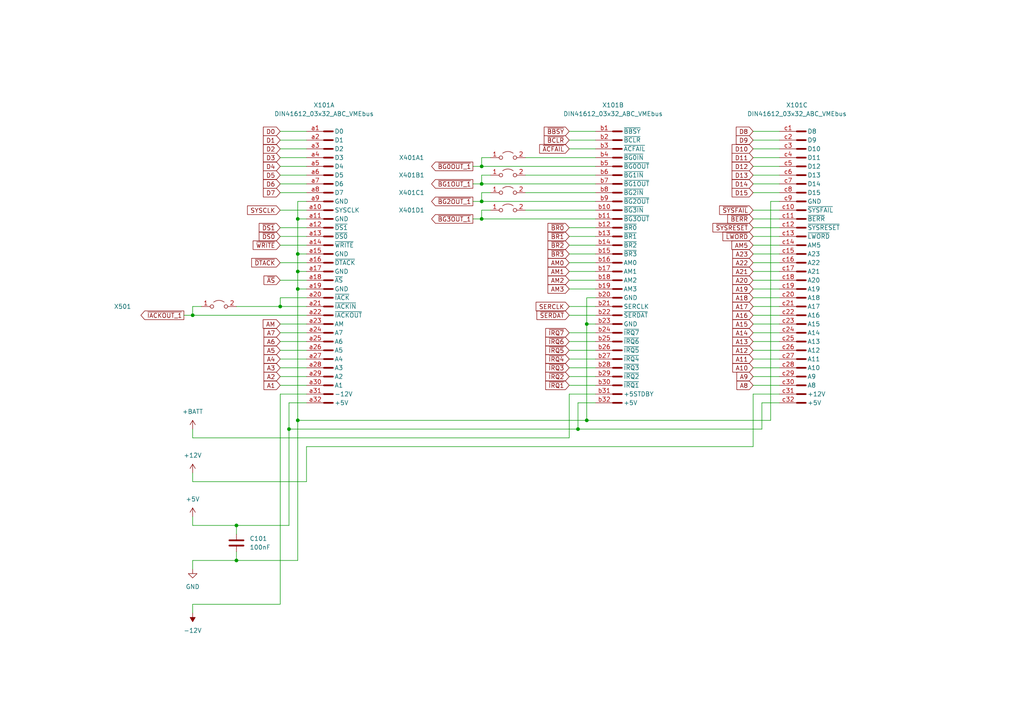
<source format=kicad_sch>
(kicad_sch (version 20211123) (generator eeschema)
  (paper "A4")
  (title_block (title "SOCKET 1") (date "2023-10-10") (rev "1") (company "(C) TOM STOREY") (comment 1 "FREE FOR NON-COMMERCIAL USE"))
  (lib_symbols
    (symbol "COMET symbols:C" (pin_numbers hide) (pin_names hide)
      (property "Reference" "C" (at 0 0 0))
      (property "Value" "C" (at 0 0 0))
      (symbol "C_0_1"
        (polyline (pts (xy -2.032 -0.762) (xy 2.032 -0.762)) (stroke (width 0.508)))
        (polyline (pts (xy -2.032 0.762) (xy 2.032 0.762)) (stroke (width 0.508)))
      )
      (symbol "C_1_1"
        (pin passive line (at 0 2.54 270) (length 1.524) (name "~") (number "1"))
        (pin passive line (at 0 -2.54 90) (length 1.524) (name "~") (number "2"))
      )
    )
    (symbol "COMET symbols:DIN41612_03x32_ABC_VMEbus" (pin_names (offset 3.048))
      (property "Reference" "X1" (at -20.32 45.72 0))
      (property "Value" "DIN41612_03x32_ABC_VMEbus" (at -20.32 43.18 0))
      (symbol "DIN41612_03x32_ABC_VMEbus_1_1"
        (polyline (pts (xy 0 -40.64) (xy 2.54 -40.64)) (stroke (width 0.508)))
        (polyline (pts (xy 0 -38.1) (xy 2.54 -38.1)) (stroke (width 0.508)))
        (polyline (pts (xy 0 -35.56) (xy 2.54 -35.56)) (stroke (width 0.508)))
        (polyline (pts (xy 0 -33.02) (xy 2.54 -33.02)) (stroke (width 0.508)))
        (polyline (pts (xy 0 -30.48) (xy 2.54 -30.48)) (stroke (width 0.508)))
        (polyline (pts (xy 0 -27.94) (xy 2.54 -27.94)) (stroke (width 0.508)))
        (polyline (pts (xy 0 -25.4) (xy 2.54 -25.4)) (stroke (width 0.508)))
        (polyline (pts (xy 0 -22.86) (xy 2.54 -22.86)) (stroke (width 0.508)))
        (polyline (pts (xy 0 -20.32) (xy 2.54 -20.32)) (stroke (width 0.508)))
        (polyline (pts (xy 0 -17.78) (xy 2.54 -17.78)) (stroke (width 0.508)))
        (polyline (pts (xy 0 -15.24) (xy 2.54 -15.24)) (stroke (width 0.508)))
        (polyline (pts (xy 0 -12.7) (xy 2.54 -12.7)) (stroke (width 0.508)))
        (polyline (pts (xy 0 -10.16) (xy 2.54 -10.16)) (stroke (width 0.508)))
        (polyline (pts (xy 0 -7.62) (xy 2.54 -7.62)) (stroke (width 0.508)))
        (polyline (pts (xy 0 -5.08) (xy 2.54 -5.08)) (stroke (width 0.508)))
        (polyline (pts (xy 0 -2.54) (xy 2.54 -2.54)) (stroke (width 0.508)))
        (polyline (pts (xy 0 0) (xy 2.54 0)) (stroke (width 0.508)))
        (polyline (pts (xy 0 2.54) (xy 2.54 2.54)) (stroke (width 0.508)))
        (polyline (pts (xy 0 5.08) (xy 2.54 5.08)) (stroke (width 0.508)))
        (polyline (pts (xy 0 7.62) (xy 2.54 7.62)) (stroke (width 0.508)))
        (polyline (pts (xy 0 10.16) (xy 2.54 10.16)) (stroke (width 0.508)))
        (polyline (pts (xy 0 12.7) (xy 2.54 12.7)) (stroke (width 0.508)))
        (polyline (pts (xy 0 15.24) (xy 2.54 15.24)) (stroke (width 0.508)))
        (polyline (pts (xy 0 17.78) (xy 2.54 17.78)) (stroke (width 0.508)))
        (polyline (pts (xy 0 20.32) (xy 2.54 20.32)) (stroke (width 0.508)))
        (polyline (pts (xy 0 22.86) (xy 2.54 22.86)) (stroke (width 0.508)))
        (polyline (pts (xy 0 25.4) (xy 2.54 25.4)) (stroke (width 0.508)))
        (polyline (pts (xy 0 27.94) (xy 2.54 27.94)) (stroke (width 0.508)))
        (polyline (pts (xy 0 30.48) (xy 2.54 30.48)) (stroke (width 0.508)))
        (polyline (pts (xy 0 33.02) (xy 2.54 33.02)) (stroke (width 0.508)))
        (polyline (pts (xy 0 35.56) (xy 2.54 35.56)) (stroke (width 0.508)))
        (polyline (pts (xy 0 38.1) (xy 2.54 38.1)) (stroke (width 0.508)))
        (pin passive line (at -5.08 38.1 0) (length 5.08) (name "D0") (number "a1"))
        (pin passive line (at -5.08 15.24 0) (length 5.08) (name "SYSCLK") (number "a10"))
        (pin passive line (at -5.08 12.7 0) (length 5.08) (name "GND") (number "a11"))
        (pin passive line (at -5.08 10.16 0) (length 5.08) (name "~{DS1}") (number "a12"))
        (pin passive line (at -5.08 7.62 0) (length 5.08) (name "~{DS0}") (number "a13"))
        (pin passive line (at -5.08 5.08 0) (length 5.08) (name "~{WRITE}") (number "a14"))
        (pin passive line (at -5.08 2.54 0) (length 5.08) (name "GND") (number "a15"))
        (pin passive line (at -5.08 0 0) (length 5.08) (name "~{DTACK}") (number "a16"))
        (pin passive line (at -5.08 -2.54 0) (length 5.08) (name "GND") (number "a17"))
        (pin passive line (at -5.08 -5.08 0) (length 5.08) (name "~{AS}") (number "a18"))
        (pin passive line (at -5.08 -7.62 0) (length 5.08) (name "GND") (number "a19"))
        (pin passive line (at -5.08 35.56 0) (length 5.08) (name "D1") (number "a2"))
        (pin passive line (at -5.08 -10.16 0) (length 5.08) (name "~{IACK}") (number "a20"))
        (pin passive line (at -5.08 -12.7 0) (length 5.08) (name "~{IACKIN}") (number "a21"))
        (pin passive line (at -5.08 -15.24 0) (length 5.08) (name "~{IACKOUT}") (number "a22"))
        (pin passive line (at -5.08 -17.78 0) (length 5.08) (name "AM") (number "a23"))
        (pin passive line (at -5.08 -20.32 0) (length 5.08) (name "A7") (number "a24"))
        (pin passive line (at -5.08 -22.86 0) (length 5.08) (name "A6") (number "a25"))
        (pin passive line (at -5.08 -25.4 0) (length 5.08) (name "A5") (number "a26"))
        (pin passive line (at -5.08 -27.94 0) (length 5.08) (name "A4") (number "a27"))
        (pin passive line (at -5.08 -30.48 0) (length 5.08) (name "A3") (number "a28"))
        (pin passive line (at -5.08 -33.02 0) (length 5.08) (name "A2") (number "a29"))
        (pin passive line (at -5.08 33.02 0) (length 5.08) (name "D2") (number "a3"))
        (pin passive line (at -5.08 -35.56 0) (length 5.08) (name "A1") (number "a30"))
        (pin passive line (at -5.08 -38.1 0) (length 5.08) (name "-12V") (number "a31"))
        (pin passive line (at -5.08 -40.64 0) (length 5.08) (name "+5V") (number "a32"))
        (pin passive line (at -5.08 30.48 0) (length 5.08) (name "D3") (number "a4"))
        (pin passive line (at -5.08 27.94 0) (length 5.08) (name "D4") (number "a5"))
        (pin passive line (at -5.08 25.4 0) (length 5.08) (name "D5") (number "a6"))
        (pin passive line (at -5.08 22.86 0) (length 5.08) (name "D6") (number "a7"))
        (pin passive line (at -5.08 20.32 0) (length 5.08) (name "D7") (number "a8"))
        (pin passive line (at -5.08 17.78 0) (length 5.08) (name "GND") (number "a9"))
      )
      (symbol "DIN41612_03x32_ABC_VMEbus_2_1"
        (polyline (pts (xy 0 -40.64) (xy 2.54 -40.64)) (stroke (width 0.508)))
        (polyline (pts (xy 0 -38.1) (xy 2.54 -38.1)) (stroke (width 0.508)))
        (polyline (pts (xy 0 -35.56) (xy 2.54 -35.56)) (stroke (width 0.508)))
        (polyline (pts (xy 0 -33.02) (xy 2.54 -33.02)) (stroke (width 0.508)))
        (polyline (pts (xy 0 -30.48) (xy 2.54 -30.48)) (stroke (width 0.508)))
        (polyline (pts (xy 0 -27.94) (xy 2.54 -27.94)) (stroke (width 0.508)))
        (polyline (pts (xy 0 -25.4) (xy 2.54 -25.4)) (stroke (width 0.508)))
        (polyline (pts (xy 0 -22.86) (xy 2.54 -22.86)) (stroke (width 0.508)))
        (polyline (pts (xy 0 -20.32) (xy 2.54 -20.32)) (stroke (width 0.508)))
        (polyline (pts (xy 0 -17.78) (xy 2.54 -17.78)) (stroke (width 0.508)))
        (polyline (pts (xy 0 -15.24) (xy 2.54 -15.24)) (stroke (width 0.508)))
        (polyline (pts (xy 0 -12.7) (xy 2.54 -12.7)) (stroke (width 0.508)))
        (polyline (pts (xy 0 -10.16) (xy 2.54 -10.16)) (stroke (width 0.508)))
        (polyline (pts (xy 0 -7.62) (xy 2.54 -7.62)) (stroke (width 0.508)))
        (polyline (pts (xy 0 -5.08) (xy 2.54 -5.08)) (stroke (width 0.508)))
        (polyline (pts (xy 0 -2.54) (xy 2.54 -2.54)) (stroke (width 0.508)))
        (polyline (pts (xy 0 0) (xy 2.54 0)) (stroke (width 0.508)))
        (polyline (pts (xy 0 2.54) (xy 2.54 2.54)) (stroke (width 0.508)))
        (polyline (pts (xy 0 5.08) (xy 2.54 5.08)) (stroke (width 0.508)))
        (polyline (pts (xy 0 7.62) (xy 2.54 7.62)) (stroke (width 0.508)))
        (polyline (pts (xy 0 10.16) (xy 2.54 10.16)) (stroke (width 0.508)))
        (polyline (pts (xy 0 12.7) (xy 2.54 12.7)) (stroke (width 0.508)))
        (polyline (pts (xy 0 15.24) (xy 2.54 15.24)) (stroke (width 0.508)))
        (polyline (pts (xy 0 17.78) (xy 2.54 17.78)) (stroke (width 0.508)))
        (polyline (pts (xy 0 20.32) (xy 2.54 20.32)) (stroke (width 0.508)))
        (polyline (pts (xy 0 22.86) (xy 2.54 22.86)) (stroke (width 0.508)))
        (polyline (pts (xy 0 25.4) (xy 2.54 25.4)) (stroke (width 0.508)))
        (polyline (pts (xy 0 27.94) (xy 2.54 27.94)) (stroke (width 0.508)))
        (polyline (pts (xy 0 30.48) (xy 2.54 30.48)) (stroke (width 0.508)))
        (polyline (pts (xy 0 33.02) (xy 2.54 33.02)) (stroke (width 0.508)))
        (polyline (pts (xy 0 35.56) (xy 2.54 35.56)) (stroke (width 0.508)))
        (polyline (pts (xy 0 38.1) (xy 2.54 38.1)) (stroke (width 0.508)))
        (pin passive line (at -5.08 38.1 0) (length 5.08) (name "~{BBSY}") (number "b1"))
        (pin passive line (at -5.08 15.24 0) (length 5.08) (name "~{BG3IN}") (number "b10"))
        (pin passive line (at -5.08 12.7 0) (length 5.08) (name "~{BG3OUT}") (number "b11"))
        (pin passive line (at -5.08 10.16 0) (length 5.08) (name "~{BR0}") (number "b12"))
        (pin passive line (at -5.08 7.62 0) (length 5.08) (name "~{BR1}") (number "b13"))
        (pin passive line (at -5.08 5.08 0) (length 5.08) (name "~{BR2}") (number "b14"))
        (pin passive line (at -5.08 2.54 0) (length 5.08) (name "~{BR3}") (number "b15"))
        (pin passive line (at -5.08 0 0) (length 5.08) (name "AM0") (number "b16"))
        (pin passive line (at -5.08 -2.54 0) (length 5.08) (name "AM1") (number "b17"))
        (pin passive line (at -5.08 -5.08 0) (length 5.08) (name "AM2") (number "b18"))
        (pin passive line (at -5.08 -7.62 0) (length 5.08) (name "AM3") (number "b19"))
        (pin passive line (at -5.08 35.56 0) (length 5.08) (name "~{BCLR}") (number "b2"))
        (pin passive line (at -5.08 -10.16 0) (length 5.08) (name "GND") (number "b20"))
        (pin passive line (at -5.08 -12.7 0) (length 5.08) (name "SERCLK") (number "b21"))
        (pin passive line (at -5.08 -15.24 0) (length 5.08) (name "~{SERDAT}") (number "b22"))
        (pin passive line (at -5.08 -17.78 0) (length 5.08) (name "GND") (number "b23"))
        (pin passive line (at -5.08 -20.32 0) (length 5.08) (name "~{IRQ7}") (number "b24"))
        (pin passive line (at -5.08 -22.86 0) (length 5.08) (name "~{IRQ6}") (number "b25"))
        (pin passive line (at -5.08 -25.4 0) (length 5.08) (name "~{IRQ5}") (number "b26"))
        (pin passive line (at -5.08 -27.94 0) (length 5.08) (name "~{IRQ4}") (number "b27"))
        (pin passive line (at -5.08 -30.48 0) (length 5.08) (name "~{IRQ3}") (number "b28"))
        (pin passive line (at -5.08 -33.02 0) (length 5.08) (name "~{IRQ2}") (number "b29"))
        (pin passive line (at -5.08 33.02 0) (length 5.08) (name "~{ACFAIL}") (number "b3"))
        (pin passive line (at -5.08 -35.56 0) (length 5.08) (name "~{IRQ1}") (number "b30"))
        (pin passive line (at -5.08 -38.1 0) (length 5.08) (name "+5STDBY") (number "b31"))
        (pin passive line (at -5.08 -40.64 0) (length 5.08) (name "+5V") (number "b32"))
        (pin passive line (at -5.08 30.48 0) (length 5.08) (name "~{BG0IN}") (number "b4"))
        (pin passive line (at -5.08 27.94 0) (length 5.08) (name "~{BG0OUT}") (number "b5"))
        (pin passive line (at -5.08 25.4 0) (length 5.08) (name "~{BG1IN}") (number "b6"))
        (pin passive line (at -5.08 22.86 0) (length 5.08) (name "~{BG1OUT}") (number "b7"))
        (pin passive line (at -5.08 20.32 0) (length 5.08) (name "~{BG2IN}") (number "b8"))
        (pin passive line (at -5.08 17.78 0) (length 5.08) (name "~{BG2OUT}") (number "b9"))
      )
      (symbol "DIN41612_03x32_ABC_VMEbus_3_1"
        (polyline (pts (xy 0 -40.64) (xy 2.54 -40.64)) (stroke (width 0.508)))
        (polyline (pts (xy 0 -38.1) (xy 2.54 -38.1)) (stroke (width 0.508)))
        (polyline (pts (xy 0 -35.56) (xy 2.54 -35.56)) (stroke (width 0.508)))
        (polyline (pts (xy 0 -33.02) (xy 2.54 -33.02)) (stroke (width 0.508)))
        (polyline (pts (xy 0 -30.48) (xy 2.54 -30.48)) (stroke (width 0.508)))
        (polyline (pts (xy 0 -27.94) (xy 2.54 -27.94)) (stroke (width 0.508)))
        (polyline (pts (xy 0 -25.4) (xy 2.54 -25.4)) (stroke (width 0.508)))
        (polyline (pts (xy 0 -22.86) (xy 2.54 -22.86)) (stroke (width 0.508)))
        (polyline (pts (xy 0 -20.32) (xy 2.54 -20.32)) (stroke (width 0.508)))
        (polyline (pts (xy 0 -17.78) (xy 2.54 -17.78)) (stroke (width 0.508)))
        (polyline (pts (xy 0 -15.24) (xy 2.54 -15.24)) (stroke (width 0.508)))
        (polyline (pts (xy 0 -12.7) (xy 2.54 -12.7)) (stroke (width 0.508)))
        (polyline (pts (xy 0 -10.16) (xy 2.54 -10.16)) (stroke (width 0.508)))
        (polyline (pts (xy 0 -7.62) (xy 2.54 -7.62)) (stroke (width 0.508)))
        (polyline (pts (xy 0 -5.08) (xy 2.54 -5.08)) (stroke (width 0.508)))
        (polyline (pts (xy 0 -2.54) (xy 2.54 -2.54)) (stroke (width 0.508)))
        (polyline (pts (xy 0 0) (xy 2.54 0)) (stroke (width 0.508)))
        (polyline (pts (xy 0 2.54) (xy 2.54 2.54)) (stroke (width 0.508)))
        (polyline (pts (xy 0 5.08) (xy 2.54 5.08)) (stroke (width 0.508)))
        (polyline (pts (xy 0 7.62) (xy 2.54 7.62)) (stroke (width 0.508)))
        (polyline (pts (xy 0 10.16) (xy 2.54 10.16)) (stroke (width 0.508)))
        (polyline (pts (xy 0 12.7) (xy 2.54 12.7)) (stroke (width 0.508)))
        (polyline (pts (xy 0 15.24) (xy 2.54 15.24)) (stroke (width 0.508)))
        (polyline (pts (xy 0 17.78) (xy 2.54 17.78)) (stroke (width 0.508)))
        (polyline (pts (xy 0 20.32) (xy 2.54 20.32)) (stroke (width 0.508)))
        (polyline (pts (xy 0 22.86) (xy 2.54 22.86)) (stroke (width 0.508)))
        (polyline (pts (xy 0 25.4) (xy 2.54 25.4)) (stroke (width 0.508)))
        (polyline (pts (xy 0 27.94) (xy 2.54 27.94)) (stroke (width 0.508)))
        (polyline (pts (xy 0 30.48) (xy 2.54 30.48)) (stroke (width 0.508)))
        (polyline (pts (xy 0 33.02) (xy 2.54 33.02)) (stroke (width 0.508)))
        (polyline (pts (xy 0 35.56) (xy 2.54 35.56)) (stroke (width 0.508)))
        (polyline (pts (xy 0 38.1) (xy 2.54 38.1)) (stroke (width 0.508)))
        (pin passive line (at -5.08 38.1 0) (length 5.08) (name "D8") (number "c1"))
        (pin passive line (at -5.08 15.24 0) (length 5.08) (name "~{SYSFAIL}") (number "c10"))
        (pin passive line (at -5.08 12.7 0) (length 5.08) (name "~{BERR}") (number "c11"))
        (pin passive line (at -5.08 10.16 0) (length 5.08) (name "~{SYSRESET}") (number "c12"))
        (pin passive line (at -5.08 7.62 0) (length 5.08) (name "~{LWORD}") (number "c13"))
        (pin passive line (at -5.08 5.08 0) (length 5.08) (name "AM5") (number "c14"))
        (pin passive line (at -5.08 2.54 0) (length 5.08) (name "A23") (number "c15"))
        (pin passive line (at -5.08 0 0) (length 5.08) (name "A22") (number "c16"))
        (pin passive line (at -5.08 -2.54 0) (length 5.08) (name "A21") (number "c17"))
        (pin passive line (at -5.08 -5.08 0) (length 5.08) (name "A20") (number "c18"))
        (pin passive line (at -5.08 -7.62 0) (length 5.08) (name "A19") (number "c19"))
        (pin passive line (at -5.08 35.56 0) (length 5.08) (name "D9") (number "c2"))
        (pin passive line (at -5.08 -10.16 0) (length 5.08) (name "A18") (number "c20"))
        (pin passive line (at -5.08 -12.7 0) (length 5.08) (name "A17") (number "c21"))
        (pin passive line (at -5.08 -15.24 0) (length 5.08) (name "A16") (number "c22"))
        (pin passive line (at -5.08 -17.78 0) (length 5.08) (name "A15") (number "c23"))
        (pin passive line (at -5.08 -20.32 0) (length 5.08) (name "A14") (number "c24"))
        (pin passive line (at -5.08 -22.86 0) (length 5.08) (name "A13") (number "c25"))
        (pin passive line (at -5.08 -25.4 0) (length 5.08) (name "A12") (number "c26"))
        (pin passive line (at -5.08 -27.94 0) (length 5.08) (name "A11") (number "c27"))
        (pin passive line (at -5.08 -30.48 0) (length 5.08) (name "A10") (number "c28"))
        (pin passive line (at -5.08 -33.02 0) (length 5.08) (name "A9") (number "c29"))
        (pin passive line (at -5.08 33.02 0) (length 5.08) (name "D10") (number "c3"))
        (pin passive line (at -5.08 -35.56 0) (length 5.08) (name "A8") (number "c30"))
        (pin passive line (at -5.08 -38.1 0) (length 5.08) (name "+12V") (number "c31"))
        (pin passive line (at -5.08 -40.64 0) (length 5.08) (name "+5V") (number "c32"))
        (pin passive line (at -5.08 30.48 0) (length 5.08) (name "D11") (number "c4"))
        (pin passive line (at -5.08 27.94 0) (length 5.08) (name "D12") (number "c5"))
        (pin passive line (at -5.08 25.4 0) (length 5.08) (name "D13") (number "c6"))
        (pin passive line (at -5.08 22.86 0) (length 5.08) (name "D14") (number "c7"))
        (pin passive line (at -5.08 20.32 0) (length 5.08) (name "D15") (number "c8"))
        (pin passive line (at -5.08 17.78 0) (length 5.08) (name "GND") (number "c9"))
      )
    )
    (symbol "Jumper:Jumper_2_Open" (pin_names (offset 0) hide)
      (property "Reference" "JP" (at 0 2.794 0))
      (property "Value" "Jumper_2_Open" (at 0 -2.286 0))
      (symbol "Jumper_2_Open_0_0"
        (circle (center -2.032 0) (radius 0.508))
        (circle (center 2.032 0) (radius 0.508))
      )
      (symbol "Jumper_2_Open_0_1"
        (arc (start 1.524 1.27) (mid 0 1.778) (end -1.524 1.27))
      )
      (symbol "Jumper_2_Open_1_1"
        (pin passive line (at -5.08 0 0) (length 2.54) (name "A") (number "1"))
        (pin passive line (at 5.08 0 180) (length 2.54) (name "B") (number "2"))
      )
    )
    (symbol "power:+12V" (power) (pin_names (offset 0))
      (property "Value" "+12V" (at 0 3.556 0))
      (symbol "+12V_0_1"
        (polyline (pts (xy -0.762 1.27) (xy 0 2.54)))
        (polyline (pts (xy 0 0) (xy 0 2.54)))
        (polyline (pts (xy 0 2.54) (xy 0.762 1.27)))
      )
      (symbol "+12V_1_1"
        (pin power_in line (at 0 0 90) (length 0) hide (name "+12V") (number "1"))
      )
    )
    (symbol "power:+5V" (power) (pin_names (offset 0))
      (property "Value" "+5V" (at 0 3.556 0))
      (symbol "+5V_0_1"
        (polyline (pts (xy -0.762 1.27) (xy 0 2.54)))
        (polyline (pts (xy 0 0) (xy 0 2.54)))
        (polyline (pts (xy 0 2.54) (xy 0.762 1.27)))
      )
      (symbol "+5V_1_1"
        (pin power_in line (at 0 0 90) (length 0) hide (name "+5V") (number "1"))
      )
    )
    (symbol "power:+BATT" (power) (pin_names (offset 0))
      (property "Value" "+BATT" (at 0 3.556 0))
      (symbol "+BATT_0_1"
        (polyline (pts (xy -0.762 1.27) (xy 0 2.54)))
        (polyline (pts (xy 0 0) (xy 0 2.54)))
        (polyline (pts (xy 0 2.54) (xy 0.762 1.27)))
      )
      (symbol "+BATT_1_1"
        (pin power_in line (at 0 0 90) (length 0) hide (name "+BATT") (number "1"))
      )
    )
    (symbol "power:-12V" (power) (pin_names (offset 0))
      (property "Value" "-12V" (at 0 3.81 0))
      (symbol "-12V_0_0"
        (pin power_in line (at 0 0 90) (length 0) hide (name "-12V") (number "1"))
      )
      (symbol "-12V_0_1"
        (polyline (pts (xy 0 0) (xy 0 1.27) (xy 0.762 1.27) (xy 0 2.54) (xy -0.762 1.27) (xy 0 1.27)) (fill (type outline)))
      )
    )
    (symbol "power:GND" (power) (pin_names (offset 0))
      (property "Value" "GND" (at 0 -3.81 0))
      (symbol "GND_0_1"
        (polyline (pts (xy 0 0) (xy 0 -1.27) (xy 1.27 -1.27) (xy 0 -2.54) (xy -1.27 -1.27) (xy 0 -1.27)))
      )
      (symbol "GND_1_1"
        (pin power_in line (at 0 0 270) (length 0) hide (name "GND") (number "1"))
      )
    )
  )
  (junction (at 86.36 83.82))
  (junction (at 139.7 58.42))
  (junction (at 139.7 63.5))
  (junction (at 86.36 63.5))
  (junction (at 55.88 91.44))
  (junction (at 139.7 53.34))
  (junction (at 86.36 78.74))
  (junction (at 139.7 48.26))
  (junction (at 170.18 93.98))
  (junction (at 170.18 121.92))
  (junction (at 83.82 124.46))
  (junction (at 81.28 88.9))
  (junction (at 86.36 73.66))
  (junction (at 68.58 152.4))
  (junction (at 167.64 124.46))
  (junction (at 68.58 162.56))
  (junction (at 86.36 121.92))
  (wire (pts (xy 223.52 58.42) (xy 223.52 121.92)))
  (wire (pts (xy 152.4 50.8) (xy 172.72 50.8)))
  (wire (pts (xy 165.1 83.82) (xy 172.72 83.82)))
  (wire (pts (xy 218.44 106.68) (xy 226.06 106.68)))
  (wire (pts (xy 81.28 60.96) (xy 88.9 60.96)))
  (wire (pts (xy 165.1 43.18) (xy 172.72 43.18)))
  (wire (pts (xy 68.58 160.02) (xy 68.58 162.56)))
  (wire (pts (xy 137.16 53.34) (xy 139.7 53.34)))
  (wire (pts (xy 218.44 55.88) (xy 226.06 55.88)))
  (wire (pts (xy 218.44 91.44) (xy 226.06 91.44)))
  (wire (pts (xy 86.36 78.74) (xy 88.9 78.74)))
  (wire (pts (xy 81.28 106.68) (xy 88.9 106.68)))
  (wire (pts (xy 137.16 63.5) (xy 139.7 63.5)))
  (wire (pts (xy 218.44 71.12) (xy 226.06 71.12)))
  (wire (pts (xy 88.9 139.7) (xy 88.9 129.54)))
  (wire (pts (xy 165.1 127) (xy 165.1 114.3)))
  (wire (pts (xy 218.44 114.3) (xy 226.06 114.3)))
  (wire (pts (xy 139.7 45.72) (xy 139.7 48.26)))
  (wire (pts (xy 81.28 50.8) (xy 88.9 50.8)))
  (wire (pts (xy 218.44 86.36) (xy 226.06 86.36)))
  (wire (pts (xy 86.36 121.92) (xy 170.18 121.92)))
  (wire (pts (xy 81.28 88.9) (xy 88.9 88.9)))
  (wire (pts (xy 55.88 177.8) (xy 55.88 175.26)))
  (wire (pts (xy 167.64 116.84) (xy 167.64 124.46)))
  (wire (pts (xy 170.18 86.36) (xy 170.18 93.98)))
  (wire (pts (xy 81.28 93.98) (xy 88.9 93.98)))
  (wire (pts (xy 55.88 139.7) (xy 88.9 139.7)))
  (wire (pts (xy 167.64 124.46) (xy 220.98 124.46)))
  (wire (pts (xy 220.98 116.84) (xy 226.06 116.84)))
  (wire (pts (xy 165.1 71.12) (xy 172.72 71.12)))
  (wire (pts (xy 218.44 38.1) (xy 226.06 38.1)))
  (wire (pts (xy 218.44 53.34) (xy 226.06 53.34)))
  (wire (pts (xy 55.88 149.86) (xy 55.88 152.4)))
  (wire (pts (xy 170.18 93.98) (xy 172.72 93.98)))
  (wire (pts (xy 86.36 78.74) (xy 86.36 83.82)))
  (wire (pts (xy 81.28 66.04) (xy 88.9 66.04)))
  (wire (pts (xy 165.1 111.76) (xy 172.72 111.76)))
  (wire (pts (xy 152.4 55.88) (xy 172.72 55.88)))
  (wire (pts (xy 218.44 104.14) (xy 226.06 104.14)))
  (wire (pts (xy 165.1 96.52) (xy 172.72 96.52)))
  (wire (pts (xy 165.1 88.9) (xy 172.72 88.9)))
  (wire (pts (xy 55.88 175.26) (xy 81.28 175.26)))
  (wire (pts (xy 139.7 60.96) (xy 142.24 60.96)))
  (wire (pts (xy 152.4 60.96) (xy 172.72 60.96)))
  (wire (pts (xy 172.72 116.84) (xy 167.64 116.84)))
  (wire (pts (xy 55.88 137.16) (xy 55.88 139.7)))
  (wire (pts (xy 81.28 38.1) (xy 88.9 38.1)))
  (wire (pts (xy 81.28 86.36) (xy 88.9 86.36)))
  (wire (pts (xy 86.36 58.42) (xy 86.36 63.5)))
  (wire (pts (xy 83.82 152.4) (xy 83.82 124.46)))
  (wire (pts (xy 139.7 60.96) (xy 139.7 63.5)))
  (wire (pts (xy 165.1 40.64) (xy 172.72 40.64)))
  (wire (pts (xy 81.28 81.28) (xy 88.9 81.28)))
  (wire (pts (xy 55.88 124.46) (xy 55.88 127)))
  (wire (pts (xy 142.24 55.88) (xy 139.7 55.88)))
  (wire (pts (xy 165.1 73.66) (xy 172.72 73.66)))
  (wire (pts (xy 218.44 68.58) (xy 226.06 68.58)))
  (wire (pts (xy 218.44 99.06) (xy 226.06 99.06)))
  (wire (pts (xy 218.44 101.6) (xy 226.06 101.6)))
  (wire (pts (xy 218.44 48.26) (xy 226.06 48.26)))
  (wire (pts (xy 218.44 129.54) (xy 218.44 114.3)))
  (wire (pts (xy 81.28 43.18) (xy 88.9 43.18)))
  (wire (pts (xy 81.28 76.2) (xy 88.9 76.2)))
  (wire (pts (xy 86.36 83.82) (xy 86.36 121.92)))
  (wire (pts (xy 165.1 104.14) (xy 172.72 104.14)))
  (wire (pts (xy 152.4 45.72) (xy 172.72 45.72)))
  (wire (pts (xy 86.36 63.5) (xy 86.36 73.66)))
  (wire (pts (xy 165.1 68.58) (xy 172.72 68.58)))
  (wire (pts (xy 165.1 76.2) (xy 172.72 76.2)))
  (wire (pts (xy 142.24 50.8) (xy 139.7 50.8)))
  (wire (pts (xy 139.7 55.88) (xy 139.7 58.42)))
  (wire (pts (xy 218.44 88.9) (xy 226.06 88.9)))
  (wire (pts (xy 139.7 58.42) (xy 172.72 58.42)))
  (wire (pts (xy 68.58 152.4) (xy 68.58 154.94)))
  (wire (pts (xy 83.82 124.46) (xy 167.64 124.46)))
  (wire (pts (xy 55.88 152.4) (xy 68.58 152.4)))
  (wire (pts (xy 81.28 48.26) (xy 88.9 48.26)))
  (wire (pts (xy 218.44 81.28) (xy 226.06 81.28)))
  (wire (pts (xy 88.9 116.84) (xy 83.82 116.84)))
  (wire (pts (xy 81.28 45.72) (xy 88.9 45.72)))
  (wire (pts (xy 68.58 162.56) (xy 55.88 162.56)))
  (wire (pts (xy 218.44 43.18) (xy 226.06 43.18)))
  (wire (pts (xy 218.44 50.8) (xy 226.06 50.8)))
  (wire (pts (xy 218.44 45.72) (xy 226.06 45.72)))
  (wire (pts (xy 81.28 175.26) (xy 81.28 114.3)))
  (wire (pts (xy 165.1 91.44) (xy 172.72 91.44)))
  (wire (pts (xy 165.1 106.68) (xy 172.72 106.68)))
  (wire (pts (xy 83.82 116.84) (xy 83.82 124.46)))
  (wire (pts (xy 86.36 73.66) (xy 88.9 73.66)))
  (wire (pts (xy 81.28 101.6) (xy 88.9 101.6)))
  (wire (pts (xy 55.88 91.44) (xy 88.9 91.44)))
  (wire (pts (xy 218.44 76.2) (xy 226.06 76.2)))
  (wire (pts (xy 68.58 152.4) (xy 83.82 152.4)))
  (wire (pts (xy 139.7 50.8) (xy 139.7 53.34)))
  (wire (pts (xy 142.24 45.72) (xy 139.7 45.72)))
  (wire (pts (xy 86.36 162.56) (xy 68.58 162.56)))
  (wire (pts (xy 165.1 81.28) (xy 172.72 81.28)))
  (wire (pts (xy 226.06 58.42) (xy 223.52 58.42)))
  (wire (pts (xy 139.7 63.5) (xy 172.72 63.5)))
  (wire (pts (xy 86.36 73.66) (xy 86.36 78.74)))
  (wire (pts (xy 81.28 104.14) (xy 88.9 104.14)))
  (wire (pts (xy 81.28 96.52) (xy 88.9 96.52)))
  (wire (pts (xy 81.28 53.34) (xy 88.9 53.34)))
  (wire (pts (xy 165.1 66.04) (xy 172.72 66.04)))
  (wire (pts (xy 88.9 58.42) (xy 86.36 58.42)))
  (wire (pts (xy 55.88 162.56) (xy 55.88 165.1)))
  (wire (pts (xy 218.44 40.64) (xy 226.06 40.64)))
  (wire (pts (xy 165.1 109.22) (xy 172.72 109.22)))
  (wire (pts (xy 68.58 88.9) (xy 81.28 88.9)))
  (wire (pts (xy 88.9 129.54) (xy 218.44 129.54)))
  (wire (pts (xy 218.44 78.74) (xy 226.06 78.74)))
  (wire (pts (xy 218.44 93.98) (xy 226.06 93.98)))
  (wire (pts (xy 165.1 101.6) (xy 172.72 101.6)))
  (wire (pts (xy 81.28 68.58) (xy 88.9 68.58)))
  (wire (pts (xy 53.34 91.44) (xy 55.88 91.44)))
  (wire (pts (xy 137.16 58.42) (xy 139.7 58.42)))
  (wire (pts (xy 81.28 40.64) (xy 88.9 40.64)))
  (wire (pts (xy 218.44 60.96) (xy 226.06 60.96)))
  (wire (pts (xy 218.44 96.52) (xy 226.06 96.52)))
  (wire (pts (xy 218.44 66.04) (xy 226.06 66.04)))
  (wire (pts (xy 81.28 114.3) (xy 88.9 114.3)))
  (wire (pts (xy 86.36 63.5) (xy 88.9 63.5)))
  (wire (pts (xy 81.28 86.36) (xy 81.28 88.9)))
  (wire (pts (xy 81.28 111.76) (xy 88.9 111.76)))
  (wire (pts (xy 170.18 121.92) (xy 223.52 121.92)))
  (wire (pts (xy 218.44 63.5) (xy 226.06 63.5)))
  (wire (pts (xy 218.44 111.76) (xy 226.06 111.76)))
  (wire (pts (xy 165.1 78.74) (xy 172.72 78.74)))
  (wire (pts (xy 218.44 83.82) (xy 226.06 83.82)))
  (wire (pts (xy 86.36 83.82) (xy 88.9 83.82)))
  (wire (pts (xy 220.98 124.46) (xy 220.98 116.84)))
  (wire (pts (xy 172.72 86.36) (xy 170.18 86.36)))
  (wire (pts (xy 139.7 48.26) (xy 172.72 48.26)))
  (wire (pts (xy 55.88 127) (xy 165.1 127)))
  (wire (pts (xy 81.28 71.12) (xy 88.9 71.12)))
  (wire (pts (xy 139.7 53.34) (xy 172.72 53.34)))
  (wire (pts (xy 218.44 73.66) (xy 226.06 73.66)))
  (wire (pts (xy 218.44 109.22) (xy 226.06 109.22)))
  (wire (pts (xy 81.28 55.88) (xy 88.9 55.88)))
  (wire (pts (xy 81.28 99.06) (xy 88.9 99.06)))
  (wire (pts (xy 58.42 88.9) (xy 55.88 88.9)))
  (wire (pts (xy 86.36 121.92) (xy 86.36 162.56)))
  (wire (pts (xy 81.28 109.22) (xy 88.9 109.22)))
  (wire (pts (xy 165.1 99.06) (xy 172.72 99.06)))
  (wire (pts (xy 170.18 93.98) (xy 170.18 121.92)))
  (wire (pts (xy 165.1 114.3) (xy 172.72 114.3)))
  (wire (pts (xy 137.16 48.26) (xy 139.7 48.26)))
  (wire (pts (xy 165.1 38.1) (xy 172.72 38.1)))
  (wire (pts (xy 55.88 88.9) (xy 55.88 91.44)))
  (global_label "A20" (shape input) (at 218.44 81.28 180) (property "Intersheet References" "${INTERSHEET_REFS}" (effects hide)))
  (global_label "AM2" (shape input) (at 165.1 81.28 180) (property "Intersheet References" "${INTERSHEET_REFS}" (effects hide)))
  (global_label "D13" (shape input) (at 218.44 50.8 180) (property "Intersheet References" "${INTERSHEET_REFS}" (effects hide)))
  (global_label "~{LWORD}" (shape input) (at 218.44 68.58 180) (property "Intersheet References" "${INTERSHEET_REFS}" (effects hide)))
  (global_label "~{IRQ5}" (shape input) (at 165.1 101.6 180) (property "Intersheet References" "${INTERSHEET_REFS}" (effects hide)))
  (global_label "SERCLK" (shape input) (at 165.1 88.9 180) (property "Intersheet References" "${INTERSHEET_REFS}" (effects hide)))
  (global_label "SYSCLK" (shape input) (at 81.28 60.96 180) (property "Intersheet References" "${INTERSHEET_REFS}" (effects hide)))
  (global_label "A15" (shape input) (at 218.44 93.98 180) (property "Intersheet References" "${INTERSHEET_REFS}" (effects hide)))
  (global_label "~{BG3OUT_1}" (shape output) (at 137.16 63.5 180) (property "Intersheet References" "${INTERSHEET_REFS}" (effects hide)))
  (global_label "~{BG0OUT_1}" (shape output) (at 137.16 48.26 180) (property "Intersheet References" "${INTERSHEET_REFS}" (effects hide)))
  (global_label "~{IRQ4}" (shape input) (at 165.1 104.14 180) (property "Intersheet References" "${INTERSHEET_REFS}" (effects hide)))
  (global_label "AM0" (shape input) (at 165.1 76.2 180) (property "Intersheet References" "${INTERSHEET_REFS}" (effects hide)))
  (global_label "D11" (shape input) (at 218.44 45.72 180) (property "Intersheet References" "${INTERSHEET_REFS}" (effects hide)))
  (global_label "~{DTACK}" (shape input) (at 81.28 76.2 180) (property "Intersheet References" "${INTERSHEET_REFS}" (effects hide)))
  (global_label "D7" (shape input) (at 81.28 55.88 180) (property "Intersheet References" "${INTERSHEET_REFS}" (effects hide)))
  (global_label "~{ACFAIL}" (shape input) (at 165.1 43.18 180) (property "Intersheet References" "${INTERSHEET_REFS}" (effects hide)))
  (global_label "~{SYSRESET}" (shape input) (at 218.44 66.04 180) (property "Intersheet References" "${INTERSHEET_REFS}" (effects hide)))
  (global_label "A11" (shape input) (at 218.44 104.14 180) (property "Intersheet References" "${INTERSHEET_REFS}" (effects hide)))
  (global_label "~{BG2OUT_1}" (shape output) (at 137.16 58.42 180) (property "Intersheet References" "${INTERSHEET_REFS}" (effects hide)))
  (global_label "A8" (shape input) (at 218.44 111.76 180) (property "Intersheet References" "${INTERSHEET_REFS}" (effects hide)))
  (global_label "D5" (shape input) (at 81.28 50.8 180) (property "Intersheet References" "${INTERSHEET_REFS}" (effects hide)))
  (global_label "~{BR2}" (shape input) (at 165.1 71.12 180) (property "Intersheet References" "${INTERSHEET_REFS}" (effects hide)))
  (global_label "A1" (shape input) (at 81.28 111.76 180) (property "Intersheet References" "${INTERSHEET_REFS}" (effects hide)))
  (global_label "~{BR1}" (shape input) (at 165.1 68.58 180) (property "Intersheet References" "${INTERSHEET_REFS}" (effects hide)))
  (global_label "AM1" (shape input) (at 165.1 78.74 180) (property "Intersheet References" "${INTERSHEET_REFS}" (effects hide)))
  (global_label "A2" (shape input) (at 81.28 109.22 180) (property "Intersheet References" "${INTERSHEET_REFS}" (effects hide)))
  (global_label "D4" (shape input) (at 81.28 48.26 180) (property "Intersheet References" "${INTERSHEET_REFS}" (effects hide)))
  (global_label "D0" (shape input) (at 81.28 38.1 180) (property "Intersheet References" "${INTERSHEET_REFS}" (effects hide)))
  (global_label "AM5" (shape input) (at 218.44 71.12 180) (property "Intersheet References" "${INTERSHEET_REFS}" (effects hide)))
  (global_label "~{SERDAT}" (shape input) (at 165.1 91.44 180) (property "Intersheet References" "${INTERSHEET_REFS}" (effects hide)))
  (global_label "~{BR0}" (shape input) (at 165.1 66.04 180) (property "Intersheet References" "${INTERSHEET_REFS}" (effects hide)))
  (global_label "D6" (shape input) (at 81.28 53.34 180) (property "Intersheet References" "${INTERSHEET_REFS}" (effects hide)))
  (global_label "A16" (shape input) (at 218.44 91.44 180) (property "Intersheet References" "${INTERSHEET_REFS}" (effects hide)))
  (global_label "~{BCLR}" (shape input) (at 165.1 40.64 180) (property "Intersheet References" "${INTERSHEET_REFS}" (effects hide)))
  (global_label "~{DS1}" (shape input) (at 81.28 66.04 180) (property "Intersheet References" "${INTERSHEET_REFS}" (effects hide)))
  (global_label "A9" (shape input) (at 218.44 109.22 180) (property "Intersheet References" "${INTERSHEET_REFS}" (effects hide)))
  (global_label "~{SYSFAIL}" (shape input) (at 218.44 60.96 180) (property "Intersheet References" "${INTERSHEET_REFS}" (effects hide)))
  (global_label "~{AS}" (shape input) (at 81.28 81.28 180) (property "Intersheet References" "${INTERSHEET_REFS}" (effects hide)))
  (global_label "A12" (shape input) (at 218.44 101.6 180) (property "Intersheet References" "${INTERSHEET_REFS}" (effects hide)))
  (global_label "~{BR3}" (shape input) (at 165.1 73.66 180) (property "Intersheet References" "${INTERSHEET_REFS}" (effects hide)))
  (global_label "A3" (shape input) (at 81.28 106.68 180) (property "Intersheet References" "${INTERSHEET_REFS}" (effects hide)))
  (global_label "~{IRQ7}" (shape input) (at 165.1 96.52 180) (property "Intersheet References" "${INTERSHEET_REFS}" (effects hide)))
  (global_label "D10" (shape input) (at 218.44 43.18 180) (property "Intersheet References" "${INTERSHEET_REFS}" (effects hide)))
  (global_label "D9" (shape input) (at 218.44 40.64 180) (property "Intersheet References" "${INTERSHEET_REFS}" (effects hide)))
  (global_label "D14" (shape input) (at 218.44 53.34 180) (property "Intersheet References" "${INTERSHEET_REFS}" (effects hide)))
  (global_label "D2" (shape input) (at 81.28 43.18 180) (property "Intersheet References" "${INTERSHEET_REFS}" (effects hide)))
  (global_label "D12" (shape input) (at 218.44 48.26 180) (property "Intersheet References" "${INTERSHEET_REFS}" (effects hide)))
  (global_label "~{IRQ1}" (shape input) (at 165.1 111.76 180) (property "Intersheet References" "${INTERSHEET_REFS}" (effects hide)))
  (global_label "A4" (shape input) (at 81.28 104.14 180) (property "Intersheet References" "${INTERSHEET_REFS}" (effects hide)))
  (global_label "A18" (shape input) (at 218.44 86.36 180) (property "Intersheet References" "${INTERSHEET_REFS}" (effects hide)))
  (global_label "A6" (shape input) (at 81.28 99.06 180) (property "Intersheet References" "${INTERSHEET_REFS}" (effects hide)))
  (global_label "A23" (shape input) (at 218.44 73.66 180) (property "Intersheet References" "${INTERSHEET_REFS}" (effects hide)))
  (global_label "D15" (shape input) (at 218.44 55.88 180) (property "Intersheet References" "${INTERSHEET_REFS}" (effects hide)))
  (global_label "A13" (shape input) (at 218.44 99.06 180) (property "Intersheet References" "${INTERSHEET_REFS}" (effects hide)))
  (global_label "A14" (shape input) (at 218.44 96.52 180) (property "Intersheet References" "${INTERSHEET_REFS}" (effects hide)))
  (global_label "A22" (shape input) (at 218.44 76.2 180) (property "Intersheet References" "${INTERSHEET_REFS}" (effects hide)))
  (global_label "~{IACKOUT_1}" (shape output) (at 53.34 91.44 180) (property "Intersheet References" "${INTERSHEET_REFS}" (effects hide)))
  (global_label "~{BG1OUT_1}" (shape output) (at 137.16 53.34 180) (property "Intersheet References" "${INTERSHEET_REFS}" (effects hide)))
  (global_label "A7" (shape input) (at 81.28 96.52 180) (property "Intersheet References" "${INTERSHEET_REFS}" (effects hide)))
  (global_label "AM3" (shape input) (at 165.1 83.82 180) (property "Intersheet References" "${INTERSHEET_REFS}" (effects hide)))
  (global_label "~{BBSY}" (shape input) (at 165.1 38.1 180) (property "Intersheet References" "${INTERSHEET_REFS}" (effects hide)))
  (global_label "A5" (shape input) (at 81.28 101.6 180) (property "Intersheet References" "${INTERSHEET_REFS}" (effects hide)))
  (global_label "~{DS0}" (shape input) (at 81.28 68.58 180) (property "Intersheet References" "${INTERSHEET_REFS}" (effects hide)))
  (global_label "AM" (shape input) (at 81.28 93.98 180) (property "Intersheet References" "${INTERSHEET_REFS}" (effects hide)))
  (global_label "D1" (shape input) (at 81.28 40.64 180) (property "Intersheet References" "${INTERSHEET_REFS}" (effects hide)))
  (global_label "A21" (shape input) (at 218.44 78.74 180) (property "Intersheet References" "${INTERSHEET_REFS}" (effects hide)))
  (global_label "A17" (shape input) (at 218.44 88.9 180) (property "Intersheet References" "${INTERSHEET_REFS}" (effects hide)))
  (global_label "~{BERR}" (shape input) (at 218.44 63.5 180) (property "Intersheet References" "${INTERSHEET_REFS}" (effects hide)))
  (global_label "~{IRQ3}" (shape input) (at 165.1 106.68 180) (property "Intersheet References" "${INTERSHEET_REFS}" (effects hide)))
  (global_label "~{IRQ6}" (shape input) (at 165.1 99.06 180) (property "Intersheet References" "${INTERSHEET_REFS}" (effects hide)))
  (global_label "~{WRITE}" (shape input) (at 81.28 71.12 180) (property "Intersheet References" "${INTERSHEET_REFS}" (effects hide)))
  (global_label "D3" (shape input) (at 81.28 45.72 180) (property "Intersheet References" "${INTERSHEET_REFS}" (effects hide)))
  (global_label "A10" (shape input) (at 218.44 106.68 180) (property "Intersheet References" "${INTERSHEET_REFS}" (effects hide)))
  (global_label "D8" (shape input) (at 218.44 38.1 180) (property "Intersheet References" "${INTERSHEET_REFS}" (effects hide)))
  (global_label "A19" (shape input) (at 218.44 83.82 180) (property "Intersheet References" "${INTERSHEET_REFS}" (effects hide)))
  (global_label "~{IRQ2}" (shape input) (at 165.1 109.22 180) (property "Intersheet References" "${INTERSHEET_REFS}" (effects hide)))
  (symbol (lib_id "Jumper:Jumper_2_Open") (at 63.5 88.9 0) (unit 1)
    (property "Reference" "X501" (at 35.56 88.9 0))
    (property "Value" "Jumper_2_Open" (effects hide))
    (property "Footprint" "Connector_PinHeader_2.54mm:PinHeader_1x02_P2.54mm_Vertical" (effects hide))
  )
  (symbol (lib_id "power:+12V") (at 55.88 137.16 0) (unit 1)
    (property "Reference" "#PWR0120" (effects hide))
    (property "Value" "+12V" (at 55.88 132.08 0))
  )
  (symbol (lib_id "Jumper:Jumper_2_Open") (at 147.32 50.8 0) (unit 1)
    (property "Reference" "X401B1" (at 119.38 50.8 0))
    (property "Value" "Jumper_2_Open" (effects hide))
    (property "Footprint" "Connector_PinHeader_2.54mm:PinHeader_1x02_P2.54mm_Vertical" (effects hide))
  )
  (symbol (lib_id "Jumper:Jumper_2_Open") (at 147.32 55.88 0) (unit 1)
    (property "Reference" "X401C1" (at 119.38 55.88 0))
    (property "Value" "Jumper_2_Open" (effects hide))
    (property "Footprint" "Connector_PinHeader_2.54mm:PinHeader_1x02_P2.54mm_Vertical" (effects hide))
  )
  (symbol (lib_id "power:+BATT") (at 55.88 124.46 0) (unit 1)
    (property "Reference" "#PWR0119" (effects hide))
    (property "Value" "+BATT" (at 55.88 119.38 0))
  )
  (symbol (lib_id "power:GND") (at 55.88 165.1 0) (unit 1)
    (property "Reference" "#PWR0121" (effects hide))
    (property "Value" "GND" (at 55.88 170.18 0))
  )
  (symbol (lib_id "COMET symbols:DIN41612_03x32_ABC_VMEbus") (at 231.14 76.2 0) (unit 3)
    (property "Reference" "X101" (at 231.14 30.48 0))
    (property "Value" "DIN41612_03x32_ABC_VMEbus" (at 231.14 33.02 0))
    (property "Footprint" "Connector_DIN:DIN41612_C_3x32_Male_Horizontal_THT" (effects hide))
  )
  (symbol (lib_id "Jumper:Jumper_2_Open") (at 147.32 45.72 0) (unit 1)
    (property "Reference" "X401A1" (at 119.38 45.72 0))
    (property "Value" "Jumper_2_Open" (effects hide))
    (property "Footprint" "Connector_PinHeader_2.54mm:PinHeader_1x02_P2.54mm_Vertical" (effects hide))
  )
  (symbol (lib_id "COMET symbols:DIN41612_03x32_ABC_VMEbus") (at 93.98 76.2 0) (unit 1)
    (property "Reference" "X101" (at 93.98 30.48 0))
    (property "Value" "DIN41612_03x32_ABC_VMEbus" (at 93.98 33.02 0))
    (property "Footprint" "Connector_DIN:DIN41612_C_3x32_Female_Vertical_THT" (effects hide))
  )
  (symbol (lib_id "COMET symbols:C") (at 68.58 157.48 0) (unit 1)
    (property "Reference" "C101" (at 72.39 156.2099 0) (effects (justify left)))
    (property "Value" "100nF" (at 72.39 158.7499 0) (effects (justify left)))
    (property "Footprint" "Capacitor_THT:C_Disc_D4.3mm_W1.9mm_P5.00mm" (effects hide))
  )
  (symbol (lib_id "power:+5V") (at 55.88 149.86 0) (unit 1)
    (property "Reference" "#PWR0118" (effects hide))
    (property "Value" "+5V" (at 55.88 144.78 0))
  )
  (symbol (lib_id "Jumper:Jumper_2_Open") (at 147.32 60.96 0) (unit 1)
    (property "Reference" "X401D1" (at 119.38 60.96 0))
    (property "Value" "Jumper_2_Open" (effects hide))
    (property "Footprint" "Connector_PinHeader_2.54mm:PinHeader_1x02_P2.54mm_Vertical" (effects hide))
  )
  (symbol (lib_id "COMET symbols:DIN41612_03x32_ABC_VMEbus") (at 177.8 76.2 0) (unit 2)
    (property "Reference" "X101" (at 177.8 30.48 0))
    (property "Value" "DIN41612_03x32_ABC_VMEbus" (at 177.8 33.02 0))
    (property "Footprint" "Connector_DIN:DIN41612_C_3x32_Male_Horizontal_THT" (effects hide))
  )
  (symbol (lib_id "power:-12V") (at 55.88 177.8 180) (unit 1)
    (property "Reference" "#PWR0122" (effects hide))
    (property "Value" "-12V" (at 55.88 182.88 0))
  )
)
</source>
